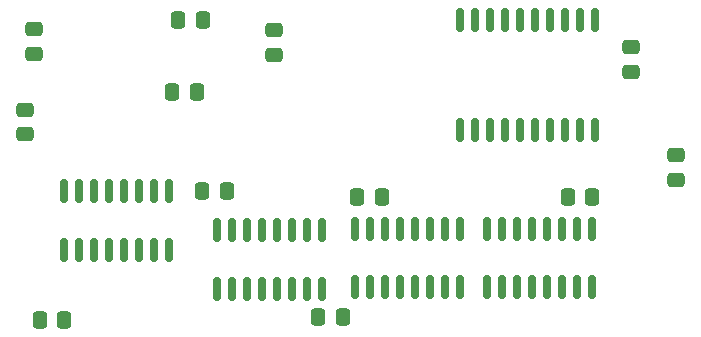
<source format=gbr>
%TF.GenerationSoftware,KiCad,Pcbnew,7.0.10*%
%TF.CreationDate,2024-02-26T12:25:31-08:00*%
%TF.ProjectId,vgaterm-top,76676174-6572-46d2-9d74-6f702e6b6963,rev?*%
%TF.SameCoordinates,Original*%
%TF.FileFunction,Paste,Bot*%
%TF.FilePolarity,Positive*%
%FSLAX46Y46*%
G04 Gerber Fmt 4.6, Leading zero omitted, Abs format (unit mm)*
G04 Created by KiCad (PCBNEW 7.0.10) date 2024-02-26 12:25:31*
%MOMM*%
%LPD*%
G01*
G04 APERTURE LIST*
G04 Aperture macros list*
%AMRoundRect*
0 Rectangle with rounded corners*
0 $1 Rounding radius*
0 $2 $3 $4 $5 $6 $7 $8 $9 X,Y pos of 4 corners*
0 Add a 4 corners polygon primitive as box body*
4,1,4,$2,$3,$4,$5,$6,$7,$8,$9,$2,$3,0*
0 Add four circle primitives for the rounded corners*
1,1,$1+$1,$2,$3*
1,1,$1+$1,$4,$5*
1,1,$1+$1,$6,$7*
1,1,$1+$1,$8,$9*
0 Add four rect primitives between the rounded corners*
20,1,$1+$1,$2,$3,$4,$5,0*
20,1,$1+$1,$4,$5,$6,$7,0*
20,1,$1+$1,$6,$7,$8,$9,0*
20,1,$1+$1,$8,$9,$2,$3,0*%
G04 Aperture macros list end*
%ADD10RoundRect,0.250000X-0.337500X-0.475000X0.337500X-0.475000X0.337500X0.475000X-0.337500X0.475000X0*%
%ADD11RoundRect,0.250000X0.475000X-0.337500X0.475000X0.337500X-0.475000X0.337500X-0.475000X-0.337500X0*%
%ADD12RoundRect,0.150000X-0.150000X0.825000X-0.150000X-0.825000X0.150000X-0.825000X0.150000X0.825000X0*%
%ADD13RoundRect,0.250000X0.337500X0.475000X-0.337500X0.475000X-0.337500X-0.475000X0.337500X-0.475000X0*%
%ADD14RoundRect,0.150000X0.150000X-0.825000X0.150000X0.825000X-0.150000X0.825000X-0.150000X-0.825000X0*%
%ADD15RoundRect,0.150000X0.150000X-0.875000X0.150000X0.875000X-0.150000X0.875000X-0.150000X-0.875000X0*%
%ADD16RoundRect,0.250000X-0.475000X0.337500X-0.475000X-0.337500X0.475000X-0.337500X0.475000X0.337500X0*%
G04 APERTURE END LIST*
D10*
%TO.C,C2*%
X82982200Y-80010000D03*
X85057200Y-80010000D03*
%TD*%
%TO.C,C16*%
X71098500Y-54864000D03*
X73173500Y-54864000D03*
%TD*%
D11*
%TO.C,C12*%
X58166000Y-64516000D03*
X58166000Y-62441000D03*
%TD*%
D12*
%TO.C,U2*%
X74367700Y-72650000D03*
X75637700Y-72650000D03*
X76907700Y-72650000D03*
X78177700Y-72650000D03*
X79447700Y-72650000D03*
X80717700Y-72650000D03*
X81987700Y-72650000D03*
X83257700Y-72650000D03*
X83257700Y-77600000D03*
X81987700Y-77600000D03*
X80717700Y-77600000D03*
X79447700Y-77600000D03*
X78177700Y-77600000D03*
X76907700Y-77600000D03*
X75637700Y-77600000D03*
X74367700Y-77600000D03*
%TD*%
D13*
%TO.C,C5*%
X106160700Y-69850000D03*
X104085700Y-69850000D03*
%TD*%
D14*
%TO.C,U7*%
X70303700Y-74292000D03*
X69033700Y-74292000D03*
X67763700Y-74292000D03*
X66493700Y-74292000D03*
X65223700Y-74292000D03*
X63953700Y-74292000D03*
X62683700Y-74292000D03*
X61413700Y-74292000D03*
X61413700Y-69342000D03*
X62683700Y-69342000D03*
X63953700Y-69342000D03*
X65223700Y-69342000D03*
X66493700Y-69342000D03*
X67763700Y-69342000D03*
X69033700Y-69342000D03*
X70303700Y-69342000D03*
%TD*%
%TO.C,U5*%
X106117700Y-77470000D03*
X104847700Y-77470000D03*
X103577700Y-77470000D03*
X102307700Y-77470000D03*
X101037700Y-77470000D03*
X99767700Y-77470000D03*
X98497700Y-77470000D03*
X97227700Y-77470000D03*
X97227700Y-72520000D03*
X98497700Y-72520000D03*
X99767700Y-72520000D03*
X101037700Y-72520000D03*
X102307700Y-72520000D03*
X103577700Y-72520000D03*
X104847700Y-72520000D03*
X106117700Y-72520000D03*
%TD*%
D13*
%TO.C,C15*%
X72687000Y-60960000D03*
X70612000Y-60960000D03*
%TD*%
D10*
%TO.C,C3*%
X86262700Y-69850000D03*
X88337700Y-69850000D03*
%TD*%
D15*
%TO.C,U6*%
X106371700Y-64164000D03*
X105101700Y-64164000D03*
X103831700Y-64164000D03*
X102561700Y-64164000D03*
X101291700Y-64164000D03*
X100021700Y-64164000D03*
X98751700Y-64164000D03*
X97481700Y-64164000D03*
X96211700Y-64164000D03*
X94941700Y-64164000D03*
X94941700Y-54864000D03*
X96211700Y-54864000D03*
X97481700Y-54864000D03*
X98751700Y-54864000D03*
X100021700Y-54864000D03*
X101291700Y-54864000D03*
X102561700Y-54864000D03*
X103831700Y-54864000D03*
X105101700Y-54864000D03*
X106371700Y-54864000D03*
%TD*%
D16*
%TO.C,C6*%
X109419700Y-57128500D03*
X109419700Y-59203500D03*
%TD*%
D11*
%TO.C,C13*%
X113229700Y-68369000D03*
X113229700Y-66294000D03*
%TD*%
D16*
%TO.C,C9*%
X58928000Y-55626000D03*
X58928000Y-57701000D03*
%TD*%
D10*
%TO.C,C4*%
X73130500Y-69342000D03*
X75205500Y-69342000D03*
%TD*%
D11*
%TO.C,C8*%
X79248000Y-57785000D03*
X79248000Y-55710000D03*
%TD*%
D13*
%TO.C,C1*%
X61456700Y-80264000D03*
X59381700Y-80264000D03*
%TD*%
D14*
%TO.C,U3*%
X94941700Y-77470000D03*
X93671700Y-77470000D03*
X92401700Y-77470000D03*
X91131700Y-77470000D03*
X89861700Y-77470000D03*
X88591700Y-77470000D03*
X87321700Y-77470000D03*
X86051700Y-77470000D03*
X86051700Y-72520000D03*
X87321700Y-72520000D03*
X88591700Y-72520000D03*
X89861700Y-72520000D03*
X91131700Y-72520000D03*
X92401700Y-72520000D03*
X93671700Y-72520000D03*
X94941700Y-72520000D03*
%TD*%
M02*

</source>
